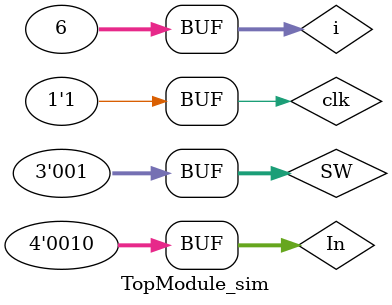
<source format=v>
`timescale 1ns / 1ps


module TopModule_sim;

	// Inputs
	reg clk;
	reg [2:0] SW;
	reg [3:0] In;

	// Outputs
	wire [3:0] A;

	// Instantiate the Unit Under Test (UUT)
	TopModule uut (
		.clk(clk), 
		.SW(SW), 
		.In(In), 
		.A(A)
	);
	
	// clock
	always begin
		clk = 0;#5;
		clk = 1;#5;
	end
	integer i;
	initial begin
		// Initialize Inputs
		clk = 0;
		SW = 0;
		In = 0;
		
		// Wait 100 ns for global reset to finish
		#20;
      


			
		// Add stimulus here
		
		// Initial
		In = 4'b0010;
		SW[1] = 1'b1;#5;
		
		// begin
		SW[1] = 1'b0;
		SW[0] = 1'b0;
		for(i=0;i<=5;i=i+1)begin
			SW[2] = 1;#10;
			SW[2] = 0;#10;
		end
		
		SW[0] = 1'b1;
		for(i=0;i<=5;i=i+1)begin
			SW[2] = 1;#10;
			SW[2] = 0;#10;
		end
		
	end
      
endmodule


</source>
